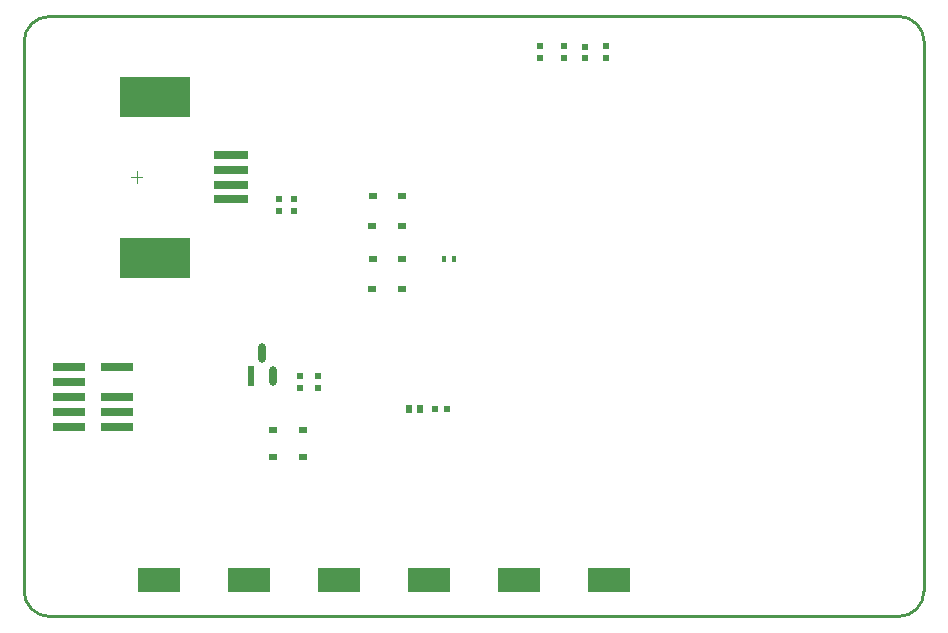
<source format=gtp>
G04*
G04 #@! TF.GenerationSoftware,Altium Limited,Altium Designer,21.3.2 (30)*
G04*
G04 Layer_Color=8421504*
%FSLAX24Y24*%
%MOIN*%
G70*
G04*
G04 #@! TF.SameCoordinates,FFBA0EC0-682D-4AE7-A023-BFB846BD403B*
G04*
G04*
G04 #@! TF.FilePolarity,Positive*
G04*
G01*
G75*
%ADD10C,0.0100*%
%ADD15C,0.0020*%
%ADD16R,0.0236X0.0236*%
%ADD17R,0.0197X0.0276*%
%ADD18R,0.0197X0.0236*%
%ADD19R,0.0122X0.0217*%
G04:AMPARAMS|DCode=20|XSize=65.3mil|YSize=24.7mil|CornerRadius=12.3mil|HoleSize=0mil|Usage=FLASHONLY|Rotation=90.000|XOffset=0mil|YOffset=0mil|HoleType=Round|Shape=RoundedRectangle|*
%AMROUNDEDRECTD20*
21,1,0.0653,0.0000,0,0,90.0*
21,1,0.0406,0.0247,0,0,90.0*
1,1,0.0247,0.0000,0.0203*
1,1,0.0247,0.0000,-0.0203*
1,1,0.0247,0.0000,-0.0203*
1,1,0.0247,0.0000,0.0203*
%
%ADD20ROUNDEDRECTD20*%
%ADD21R,0.0247X0.0653*%
%ADD22R,0.0315X0.0236*%
%ADD23R,0.1437X0.0807*%
%ADD24R,0.1181X0.0276*%
%ADD25R,0.2378X0.1339*%
%ADD26R,0.1098X0.0291*%
D10*
X10846Y30000D02*
G03*
X10000Y29154I0J-846D01*
G01*
Y10846D02*
G03*
X10846Y10000I846J0D01*
G01*
X40000Y29154D02*
G03*
X39154Y30000I-846J0D01*
G01*
Y10000D02*
G03*
X40000Y10846I0J846D01*
G01*
X10846Y30000D02*
X39154D01*
X10846Y10000D02*
X39154D01*
X10000Y10846D02*
Y29154D01*
X40000Y10846D02*
Y29154D01*
D15*
X13554Y24638D02*
X13947D01*
X13750Y24441D02*
Y24835D01*
D16*
X29400Y29000D02*
D03*
Y28606D02*
D03*
X28700Y28997D02*
D03*
Y28603D02*
D03*
X27200Y29000D02*
D03*
Y28606D02*
D03*
X28000D02*
D03*
Y29000D02*
D03*
X19800Y17606D02*
D03*
Y18000D02*
D03*
X19200Y17606D02*
D03*
Y18000D02*
D03*
X19000Y23506D02*
D03*
Y23900D02*
D03*
X18500D02*
D03*
Y23506D02*
D03*
D17*
X23193Y16900D02*
D03*
X22819D02*
D03*
D18*
X24100D02*
D03*
X23706D02*
D03*
D19*
X24331Y21900D02*
D03*
X24000D02*
D03*
D20*
X17940Y18769D02*
D03*
X18300Y18000D02*
D03*
D21*
X17580D02*
D03*
D22*
X21616Y24000D02*
D03*
X22600D02*
D03*
X21608Y20900D02*
D03*
X22592D02*
D03*
X18308Y15300D02*
D03*
X19292D02*
D03*
X21616Y21900D02*
D03*
X22600D02*
D03*
X21600Y23000D02*
D03*
X22584D02*
D03*
X18308Y16200D02*
D03*
X19292D02*
D03*
D23*
X23500Y11200D02*
D03*
X17500D02*
D03*
X20500D02*
D03*
X26500D02*
D03*
X29500D02*
D03*
X14500D02*
D03*
D24*
X16900Y24884D02*
D03*
Y24392D02*
D03*
Y25376D02*
D03*
Y23900D02*
D03*
D25*
X14380Y21961D02*
D03*
Y27315D02*
D03*
D26*
X13102Y16300D02*
D03*
Y16800D02*
D03*
Y17300D02*
D03*
Y18300D02*
D03*
X11500Y16300D02*
D03*
Y16800D02*
D03*
Y17300D02*
D03*
Y17800D02*
D03*
Y18300D02*
D03*
M02*

</source>
